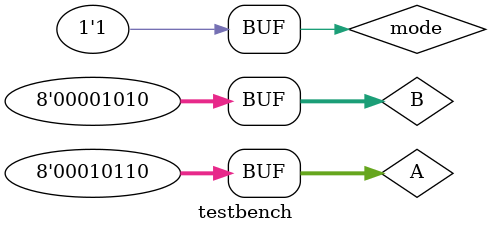
<source format=v>
module testbench;

reg [7:0] A, B;
reg mode;

wire [7:0] C;
wire carry_borrow_out;

AdderSub8Bit obj(.A(A), .B(B), .mode(mode), .C(C), .carry_borrow_out(carry_borrow_out));

initial begin
    // mode = 1 -> Subtract
    // mode = 0 -> Add
    $monitor($time, " A = %d, B = %d, MODE = %b, Carry = %b, WOCarry = %b%b%b%b%b%b%b%b", A, B, mode, carry_borrow_out, C[7], C[6], C[5], C[4], C[3], C[2], C[1], C[0]);
       A = 8'b00001001; B = 8'b0000100x; mode = 1'b0; // A = 138, B = 161
    #5 A = 8'b10010001; B = 8'b01010110; mode = 1'b1; // A = 145, B = 86
    #5 A = 8'b01010110; B = 8'b10010001; mode = 1'b1; // A = 86, B = 145
    #5 A = 8'b00001011; B = 8'b00101101; mode = 1'b0; // A = 11, B = 45
    #5 A = 8'b00001010; B = 8'b00010110; mode = 1'b1; // A = 10, B = 22
    #5 A = 8'b00010110; B = 8'b00001010; mode = 1'b1; // A = 10, B = 22
end

endmodule
</source>
